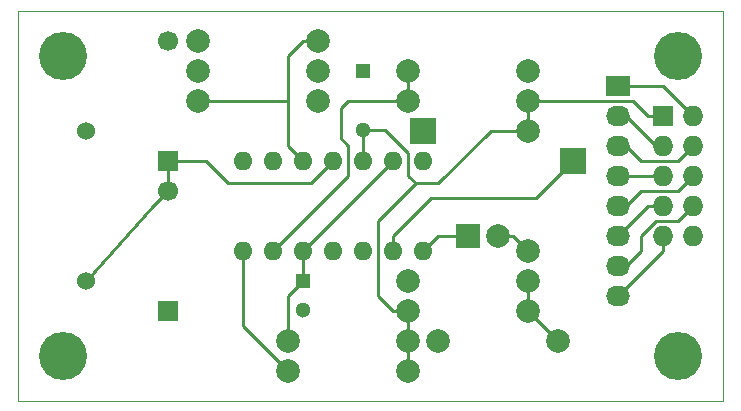
<source format=gbr>
G04 #@! TF.FileFunction,Copper,L1,Top,Signal*
%FSLAX46Y46*%
G04 Gerber Fmt 4.6, Leading zero omitted, Abs format (unit mm)*
G04 Created by KiCad (PCBNEW 4.0.1-stable) date Sonntag, 27. Dezember 2015 21:34:01*
%MOMM*%
G01*
G04 APERTURE LIST*
%ADD10C,0.100000*%
%ADD11R,1.300000X1.300000*%
%ADD12C,1.300000*%
%ADD13C,1.699260*%
%ADD14R,1.699260X1.699260*%
%ADD15R,2.000000X2.000000*%
%ADD16C,2.000000*%
%ADD17C,1.524000*%
%ADD18R,2.235200X2.235200*%
%ADD19R,2.032000X1.727200*%
%ADD20O,2.032000X1.727200*%
%ADD21R,1.727200X1.727200*%
%ADD22O,1.727200X1.727200*%
%ADD23C,1.998980*%
%ADD24O,1.600000X1.600000*%
%ADD25C,4.064000*%
%ADD26C,0.250000*%
G04 APERTURE END LIST*
D10*
X143510000Y-130810000D02*
X143510000Y-97790000D01*
X203200000Y-130810000D02*
X143510000Y-130810000D01*
X203200000Y-97790000D02*
X203200000Y-130810000D01*
X143510000Y-97790000D02*
X203200000Y-97790000D01*
D11*
X167640000Y-120650000D03*
D12*
X167640000Y-123150000D03*
D13*
X156207460Y-100329480D03*
D14*
X156207460Y-110489480D03*
D13*
X156207460Y-113029480D03*
D14*
X156207460Y-123189480D03*
D15*
X181610000Y-116840000D03*
D16*
X184150000Y-116840000D03*
D17*
X149225000Y-120650000D03*
X149225000Y-107950000D03*
D18*
X177800000Y-107950000D03*
X190500000Y-110490000D03*
D19*
X194310000Y-104140000D03*
D20*
X194310000Y-106680000D03*
X194310000Y-109220000D03*
X194310000Y-111760000D03*
X194310000Y-114300000D03*
X194310000Y-116840000D03*
X194310000Y-119380000D03*
X194310000Y-121920000D03*
D21*
X198120000Y-106680000D03*
D22*
X200660000Y-106680000D03*
X198120000Y-109220000D03*
X200660000Y-109220000D03*
X198120000Y-111760000D03*
X200660000Y-111760000D03*
X198120000Y-114300000D03*
X200660000Y-114300000D03*
X198120000Y-116840000D03*
X200660000Y-116840000D03*
D23*
X158750000Y-102870000D03*
X168910000Y-102870000D03*
X168910000Y-105410000D03*
X158750000Y-105410000D03*
X168910000Y-100330000D03*
X158750000Y-100330000D03*
X176530000Y-125730000D03*
X166370000Y-125730000D03*
X186690000Y-105410000D03*
X176530000Y-105410000D03*
X176530000Y-102870000D03*
X186690000Y-102870000D03*
X176530000Y-123190000D03*
X186690000Y-123190000D03*
X189230000Y-125730000D03*
X179070000Y-125730000D03*
X176530000Y-120650000D03*
X186690000Y-120650000D03*
X176530000Y-128270000D03*
X166370000Y-128270000D03*
X186690000Y-107950000D03*
X186690000Y-118110000D03*
D24*
X177800000Y-110490000D03*
X175260000Y-110490000D03*
X172720000Y-110490000D03*
X170180000Y-110490000D03*
X167640000Y-110490000D03*
X165100000Y-110490000D03*
X162560000Y-110490000D03*
X162560000Y-118110000D03*
X165100000Y-118110000D03*
X167640000Y-118110000D03*
X170180000Y-118110000D03*
X172720000Y-118110000D03*
X175260000Y-118110000D03*
X177800000Y-118110000D03*
D11*
X172720000Y-102870000D03*
D12*
X172720000Y-107870000D03*
D25*
X199390000Y-101600000D03*
X199390000Y-127000000D03*
X147320000Y-127000000D03*
X147320000Y-101600000D03*
D26*
X176530000Y-123190000D02*
X176530000Y-125730000D01*
X177165000Y-112395000D02*
X173990000Y-115570000D01*
X175260000Y-123190000D02*
X176530000Y-123190000D01*
X173990000Y-121920000D02*
X175260000Y-123190000D01*
X173990000Y-115570000D02*
X173990000Y-121920000D01*
X172720000Y-107870000D02*
X174545000Y-107870000D01*
X183515000Y-107950000D02*
X186690000Y-107950000D01*
X179070000Y-112395000D02*
X183515000Y-107950000D01*
X177165000Y-112395000D02*
X179070000Y-112395000D01*
X176530000Y-111760000D02*
X177165000Y-112395000D01*
X176530000Y-109855000D02*
X176530000Y-111760000D01*
X174545000Y-107870000D02*
X176530000Y-109855000D01*
X198120000Y-106680000D02*
X196850000Y-106680000D01*
X195580000Y-105410000D02*
X186690000Y-105410000D01*
X196850000Y-106680000D02*
X195580000Y-105410000D01*
X186690000Y-105410000D02*
X186690000Y-107950000D01*
X176530000Y-123190000D02*
X176530000Y-128270000D01*
X172720000Y-110490000D02*
X172720000Y-107870000D01*
X167640000Y-120650000D02*
X167640000Y-118110000D01*
X167640000Y-118110000D02*
X175260000Y-110490000D01*
X167640000Y-120650000D02*
X166370000Y-121920000D01*
X166370000Y-121920000D02*
X166370000Y-125730000D01*
X156207460Y-110489480D02*
X159384480Y-110489480D01*
X168275000Y-112395000D02*
X170180000Y-110490000D01*
X161290000Y-112395000D02*
X168275000Y-112395000D01*
X159384480Y-110489480D02*
X161290000Y-112395000D01*
X149225000Y-120650000D02*
X154936940Y-114300000D01*
X154936940Y-114300000D02*
X156207460Y-113029480D01*
X156207460Y-113029480D02*
X156207460Y-110489480D01*
X181610000Y-116840000D02*
X179070000Y-116840000D01*
X179070000Y-116840000D02*
X177800000Y-118110000D01*
X184150000Y-116840000D02*
X185420000Y-116840000D01*
X185420000Y-116840000D02*
X186690000Y-118110000D01*
X175260000Y-118110000D02*
X175260000Y-116840000D01*
X187325000Y-113665000D02*
X190500000Y-110490000D01*
X178435000Y-113665000D02*
X187325000Y-113665000D01*
X175260000Y-116840000D02*
X178435000Y-113665000D01*
X166370000Y-128270000D02*
X162560000Y-124460000D01*
X162560000Y-124460000D02*
X162560000Y-118110000D01*
X198120000Y-116840000D02*
X198120000Y-118110000D01*
X198120000Y-118110000D02*
X194310000Y-121920000D01*
X200660000Y-114300000D02*
X199390000Y-115570000D01*
X196215000Y-118110000D02*
X194945000Y-119380000D01*
X196215000Y-116840000D02*
X196215000Y-118110000D01*
X197485000Y-115570000D02*
X196215000Y-116840000D01*
X199390000Y-115570000D02*
X197485000Y-115570000D01*
X194945000Y-119380000D02*
X194310000Y-119380000D01*
X194310000Y-116840000D02*
X196215000Y-114935000D01*
X196850000Y-114300000D02*
X198120000Y-114300000D01*
X196215000Y-114935000D02*
X196850000Y-114300000D01*
X194310000Y-114300000D02*
X194945000Y-114300000D01*
X194945000Y-114300000D02*
X196215000Y-113030000D01*
X196215000Y-113030000D02*
X199390000Y-113030000D01*
X199390000Y-113030000D02*
X200660000Y-111760000D01*
X194310000Y-111760000D02*
X198120000Y-111760000D01*
X194310000Y-109220000D02*
X194945000Y-109220000D01*
X194945000Y-109220000D02*
X196215000Y-110490000D01*
X196215000Y-110490000D02*
X199390000Y-110490000D01*
X199390000Y-110490000D02*
X200660000Y-109220000D01*
X194310000Y-106680000D02*
X194945000Y-106680000D01*
X194945000Y-106680000D02*
X197485000Y-109220000D01*
X197485000Y-109220000D02*
X198120000Y-109220000D01*
X200660000Y-106680000D02*
X198120000Y-104140000D01*
X198120000Y-104140000D02*
X194310000Y-104140000D01*
X158750000Y-105410000D02*
X166370000Y-105410000D01*
X168910000Y-100330000D02*
X167640000Y-100330000D01*
X166370000Y-109220000D02*
X167640000Y-110490000D01*
X166370000Y-101600000D02*
X166370000Y-105410000D01*
X166370000Y-105410000D02*
X166370000Y-109220000D01*
X167640000Y-100330000D02*
X166370000Y-101600000D01*
X165100000Y-118110000D02*
X171450000Y-111760000D01*
X171450000Y-105410000D02*
X176530000Y-105410000D01*
X170815000Y-106045000D02*
X171450000Y-105410000D01*
X170815000Y-108585000D02*
X170815000Y-106045000D01*
X171450000Y-109220000D02*
X170815000Y-108585000D01*
X171450000Y-111760000D02*
X171450000Y-109220000D01*
X176530000Y-102870000D02*
X176530000Y-105410000D01*
X189230000Y-125730000D02*
X186690000Y-123190000D01*
X186690000Y-123190000D02*
X186690000Y-120650000D01*
M02*

</source>
